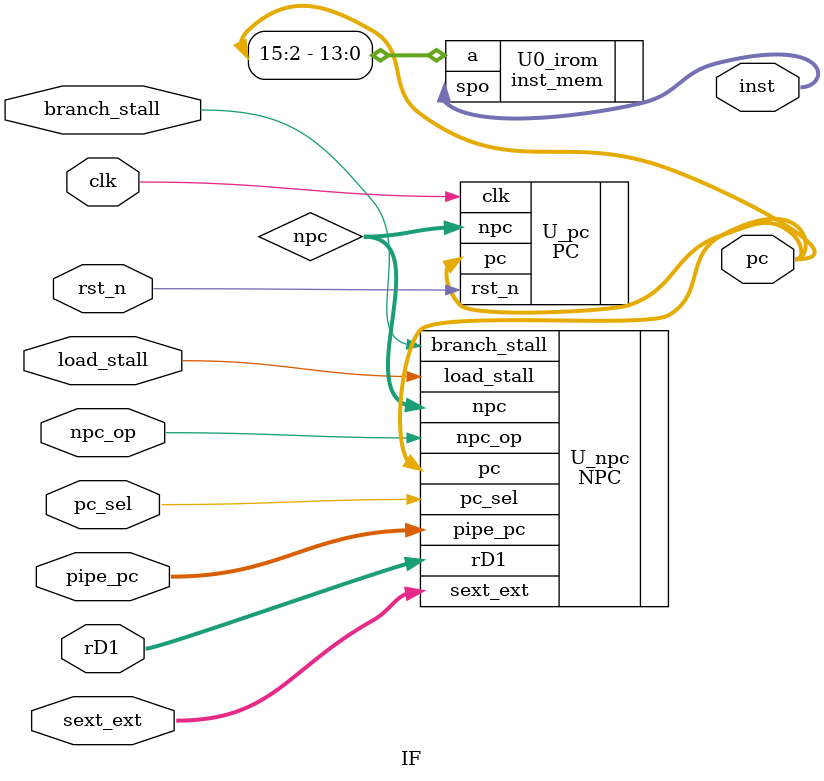
<source format=v>
module IF(
    input               clk     ,
    input               rst_n   ,
    input               pc_sel  ,
    input               npc_op  ,
    input       [31:0]  pipe_pc ,
    input       [31:0]  rD1     ,
    input       [31:0]  sext_ext,
    input               load_stall,
    input               branch_stall,

    output      [31:0]  pc      ,
    //output  wire [31:0] npc     ,
    output      [31:0]  inst
    );

    wire [31:0] npc;

    PC U_pc(
        .clk(clk),
        .rst_n(rst_n),
        .npc(npc),
        .pc(pc)
    );

    NPC U_npc(
        .pc(pc),
        .pipe_pc(pipe_pc),
        .rD1(rD1),
        .sext_ext(sext_ext),
        .npc_op(npc_op),
        .pc_sel(pc_sel),
        .load_stall(load_stall),
        .branch_stall(branch_stall),
        .npc(npc)
    );

    inst_mem U0_irom
    (
        .a   (pc[15:2])    ,
        .spo   (inst)
    );

endmodule

</source>
